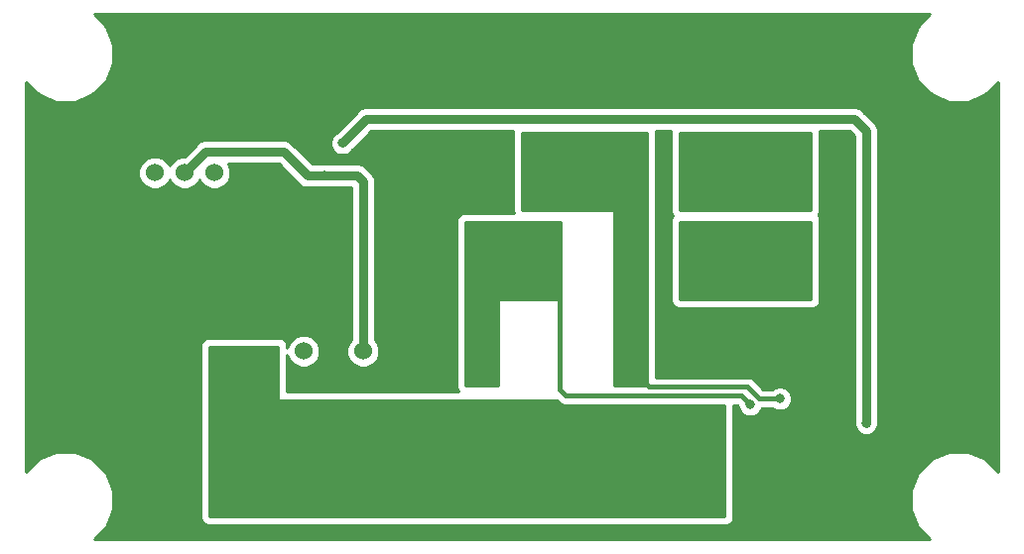
<source format=gbr>
G04 #@! TF.GenerationSoftware,KiCad,Pcbnew,(5.0.2)-1*
G04 #@! TF.CreationDate,2019-12-13T17:07:51-06:00*
G04 #@! TF.ProjectId,Arm-EStop_Hardware,41726d2d-4553-4746-9f70-5f4861726477,rev?*
G04 #@! TF.SameCoordinates,Original*
G04 #@! TF.FileFunction,Copper,L2,Bot*
G04 #@! TF.FilePolarity,Positive*
%FSLAX46Y46*%
G04 Gerber Fmt 4.6, Leading zero omitted, Abs format (unit mm)*
G04 Created by KiCad (PCBNEW (5.0.2)-1) date 12/13/2019 5:07:51 PM*
%MOMM*%
%LPD*%
G01*
G04 APERTURE LIST*
G04 #@! TA.AperFunction,ComponentPad*
%ADD10C,5.080000*%
G04 #@! TD*
G04 #@! TA.AperFunction,ComponentPad*
%ADD11C,2.819400*%
G04 #@! TD*
G04 #@! TA.AperFunction,ComponentPad*
%ADD12C,1.524000*%
G04 #@! TD*
G04 #@! TA.AperFunction,ViaPad*
%ADD13C,0.800000*%
G04 #@! TD*
G04 #@! TA.AperFunction,Conductor*
%ADD14C,0.762000*%
G04 #@! TD*
G04 #@! TA.AperFunction,Conductor*
%ADD15C,0.381000*%
G04 #@! TD*
G04 #@! TA.AperFunction,Conductor*
%ADD16C,0.254000*%
G04 #@! TD*
G04 APERTURE END LIST*
D10*
G04 #@! TO.P,Conn1,2*
G04 #@! TO.N,+12V*
X157480000Y-119380000D03*
G04 #@! TO.P,Conn1,1*
G04 #@! TO.N,GND*
X157480000Y-111506000D03*
G04 #@! TD*
G04 #@! TO.P,Conn2,3*
G04 #@! TO.N,Net-(Conn2-Pad3)*
X203200000Y-101346000D03*
G04 #@! TO.P,Conn2,2*
G04 #@! TO.N,Net-(Conn2-Pad2)*
X203200000Y-109220000D03*
G04 #@! TO.P,Conn2,1*
G04 #@! TO.N,GND*
X203200000Y-117094000D03*
G04 #@! TD*
D11*
G04 #@! TO.P,F1,1*
G04 #@! TO.N,Net-(Conn2-Pad3)*
X196342000Y-99822000D03*
X196342000Y-103251000D03*
G04 #@! TO.P,F1,2*
G04 #@! TO.N,+12VA*
X182880000Y-103251000D03*
X182880000Y-99822000D03*
G04 #@! TD*
G04 #@! TO.P,F2,2*
G04 #@! TO.N,+12L*
X182880000Y-107315000D03*
X182880000Y-110744000D03*
G04 #@! TO.P,F2,1*
G04 #@! TO.N,Net-(Conn2-Pad2)*
X196342000Y-110744000D03*
X196342000Y-107315000D03*
G04 #@! TD*
D12*
G04 #@! TO.P,U1,1*
G04 #@! TO.N,+12V*
X162560000Y-116840000D03*
G04 #@! TO.P,U1,2*
G04 #@! TO.N,GND*
X165100000Y-116840000D03*
G04 #@! TO.P,U1,3*
G04 #@! TO.N,+3V3*
X167640000Y-116840000D03*
G04 #@! TD*
G04 #@! TO.P,U5,1*
G04 #@! TO.N,Net-(R5-Pad1)*
X149860000Y-101600000D03*
G04 #@! TO.P,U5,2*
G04 #@! TO.N,+3V3*
X152400000Y-101600000D03*
G04 #@! TO.P,U5,3*
G04 #@! TO.N,+12VA*
X154940000Y-101600000D03*
G04 #@! TO.P,U5,4*
G04 #@! TO.N,GND*
X157480000Y-101600000D03*
X157480000Y-101600000D03*
G04 #@! TD*
D13*
G04 #@! TO.N,GND*
X210820000Y-88900000D03*
X208280000Y-88900000D03*
X205740000Y-88900000D03*
X203200000Y-88900000D03*
X200660000Y-88900000D03*
X198120000Y-88900000D03*
X195580000Y-88900000D03*
X193040000Y-88900000D03*
X190500000Y-88900000D03*
X187960000Y-88900000D03*
X210820000Y-91440000D03*
X208280000Y-91440000D03*
X205740000Y-91440000D03*
X203200000Y-91440000D03*
X200660000Y-91440000D03*
X198120000Y-91440000D03*
X195580000Y-91440000D03*
X193040000Y-91440000D03*
X190500000Y-91440000D03*
X187960000Y-91440000D03*
X210820000Y-93980000D03*
X208280000Y-93980000D03*
X205740000Y-93980000D03*
X203200000Y-93980000D03*
X200660000Y-93980000D03*
X198120000Y-93980000D03*
X195580000Y-93980000D03*
X193040000Y-93980000D03*
X190500000Y-93980000D03*
X187960000Y-93980000D03*
X147320000Y-109220000D03*
X142240000Y-109220000D03*
X152400000Y-111760000D03*
X147320000Y-111760000D03*
X152400000Y-114300000D03*
X144780000Y-111760000D03*
X149860000Y-111760000D03*
X147320000Y-114300000D03*
X144780000Y-114300000D03*
X142240000Y-114300000D03*
X149860000Y-109220000D03*
X142240000Y-111760000D03*
X144780000Y-109220000D03*
X152400000Y-109220000D03*
X149860000Y-114300000D03*
X152400000Y-119380000D03*
X144780000Y-116840000D03*
X142240000Y-116840000D03*
X142240000Y-119380000D03*
X149860000Y-121920000D03*
X144780000Y-119380000D03*
X144780000Y-121920000D03*
X149860000Y-116840000D03*
X142240000Y-121920000D03*
X147320000Y-116840000D03*
X152400000Y-121920000D03*
X149860000Y-119380000D03*
X147320000Y-121920000D03*
X152400000Y-116840000D03*
X147320000Y-119380000D03*
X208280000Y-104140000D03*
X208280000Y-101600000D03*
X208280000Y-99060000D03*
X208280000Y-109220000D03*
X208280000Y-106680000D03*
X208280000Y-111760000D03*
X208280000Y-116840000D03*
X208280000Y-114300000D03*
X208280000Y-119380000D03*
G04 #@! TO.N,+3V3*
X164338000Y-101854000D03*
G04 #@! TO.N,+12V*
X175514000Y-121920000D03*
X176530000Y-121920000D03*
X177546000Y-121920000D03*
X178562000Y-121920000D03*
X179578000Y-121920000D03*
X180594000Y-121920000D03*
X181610000Y-121920000D03*
X182626000Y-121920000D03*
X183642000Y-121920000D03*
X184658000Y-121920000D03*
X175514000Y-122936000D03*
X176530000Y-122936000D03*
X177546000Y-122936000D03*
X178562000Y-122936000D03*
X179578000Y-122936000D03*
X180594000Y-122936000D03*
X181610000Y-122936000D03*
X182626000Y-122936000D03*
X183642000Y-122936000D03*
X184658000Y-122936000D03*
X175514000Y-123952000D03*
X176530000Y-123952000D03*
X177546000Y-123952000D03*
X178562000Y-123952000D03*
X179578000Y-123952000D03*
X180594000Y-123952000D03*
X181610000Y-123952000D03*
X182626000Y-123952000D03*
X183642000Y-123952000D03*
X184658000Y-123952000D03*
X175514000Y-124968000D03*
X176530000Y-124968000D03*
X177546000Y-124968000D03*
X178562000Y-124968000D03*
X179578000Y-124968000D03*
X180594000Y-124968000D03*
X181610000Y-124968000D03*
X182626000Y-124968000D03*
X183642000Y-124968000D03*
X184658000Y-124968000D03*
X175514000Y-125984000D03*
X176530000Y-125984000D03*
X177546000Y-125984000D03*
X178562000Y-125984000D03*
X179578000Y-125984000D03*
X180594000Y-125984000D03*
X181610000Y-125984000D03*
X182626000Y-125984000D03*
X183642000Y-125984000D03*
X184658000Y-125984000D03*
X175514000Y-127000000D03*
X176530000Y-127000000D03*
X177546000Y-127000000D03*
X178562000Y-127000000D03*
X179578000Y-127000000D03*
X180594000Y-127000000D03*
X181610000Y-127000000D03*
X182626000Y-127000000D03*
X183642000Y-127000000D03*
X184658000Y-127000000D03*
X175514000Y-128016000D03*
X176530000Y-128016000D03*
X177546000Y-128016000D03*
X178562000Y-128016000D03*
X179578000Y-128016000D03*
X180594000Y-128016000D03*
X181610000Y-128016000D03*
X182626000Y-128016000D03*
X183642000Y-128016000D03*
X184658000Y-128016000D03*
X175514000Y-129032000D03*
X176530000Y-129032000D03*
X177546000Y-129032000D03*
X178562000Y-129032000D03*
X179578000Y-129032000D03*
X180594000Y-129032000D03*
X181610000Y-129032000D03*
X182626000Y-129032000D03*
X183642000Y-129032000D03*
X184658000Y-129032000D03*
X175514000Y-130048000D03*
X176530000Y-130048000D03*
X177546000Y-130048000D03*
X178562000Y-130048000D03*
X179578000Y-130048000D03*
X180594000Y-130048000D03*
X181610000Y-130048000D03*
X182626000Y-130048000D03*
X183642000Y-130048000D03*
X184658000Y-130048000D03*
X188214000Y-121920000D03*
X189230000Y-121920000D03*
X190246000Y-121920000D03*
X191262000Y-121920000D03*
X192278000Y-121920000D03*
X193294000Y-121920000D03*
X194310000Y-121920000D03*
X195326000Y-121920000D03*
X196342000Y-121920000D03*
X197358000Y-121920000D03*
X188214000Y-122936000D03*
X189230000Y-122936000D03*
X190246000Y-122936000D03*
X191262000Y-122936000D03*
X192278000Y-122936000D03*
X193294000Y-122936000D03*
X194310000Y-122936000D03*
X195326000Y-122936000D03*
X196342000Y-122936000D03*
X197358000Y-122936000D03*
X188214000Y-123952000D03*
X189230000Y-123952000D03*
X190246000Y-123952000D03*
X191262000Y-123952000D03*
X192278000Y-123952000D03*
X193294000Y-123952000D03*
X194310000Y-123952000D03*
X195326000Y-123952000D03*
X196342000Y-123952000D03*
X197358000Y-123952000D03*
X188214000Y-124968000D03*
X189230000Y-124968000D03*
X190246000Y-124968000D03*
X191262000Y-124968000D03*
X192278000Y-124968000D03*
X193294000Y-124968000D03*
X194310000Y-124968000D03*
X195326000Y-124968000D03*
X196342000Y-124968000D03*
X197358000Y-124968000D03*
X188214000Y-125984000D03*
X189230000Y-125984000D03*
X190246000Y-125984000D03*
X191262000Y-125984000D03*
X192278000Y-125984000D03*
X193294000Y-125984000D03*
X194310000Y-125984000D03*
X195326000Y-125984000D03*
X196342000Y-125984000D03*
X197358000Y-125984000D03*
X188214000Y-127000000D03*
X189230000Y-127000000D03*
X190246000Y-127000000D03*
X191262000Y-127000000D03*
X192278000Y-127000000D03*
X193294000Y-127000000D03*
X194310000Y-127000000D03*
X195326000Y-127000000D03*
X196342000Y-127000000D03*
X197358000Y-127000000D03*
X188214000Y-128016000D03*
X189230000Y-128016000D03*
X190246000Y-128016000D03*
X191262000Y-128016000D03*
X192278000Y-128016000D03*
X193294000Y-128016000D03*
X194310000Y-128016000D03*
X195326000Y-128016000D03*
X196342000Y-128016000D03*
X197358000Y-128016000D03*
X188214000Y-129032000D03*
X189230000Y-129032000D03*
X190246000Y-129032000D03*
X191262000Y-129032000D03*
X192278000Y-129032000D03*
X193294000Y-129032000D03*
X194310000Y-129032000D03*
X195326000Y-129032000D03*
X196342000Y-129032000D03*
X197358000Y-129032000D03*
X188214000Y-130048000D03*
X189230000Y-130048000D03*
X190246000Y-130048000D03*
X191262000Y-130048000D03*
X192278000Y-130048000D03*
X193294000Y-130048000D03*
X194310000Y-130048000D03*
X195326000Y-130048000D03*
X196342000Y-130048000D03*
X197358000Y-130048000D03*
G04 #@! TO.N,+12VA*
X189992000Y-106426000D03*
X191008000Y-106426000D03*
X191008000Y-107442000D03*
X189992000Y-107442000D03*
X189992000Y-108458000D03*
X191008000Y-108458000D03*
X189992000Y-109474000D03*
X191008000Y-109474000D03*
X189992000Y-112522000D03*
X189992000Y-113538000D03*
X191008000Y-113538000D03*
X191008000Y-112522000D03*
X191008000Y-110490000D03*
X189992000Y-111506000D03*
X191008000Y-111506000D03*
X189992000Y-110490000D03*
X203200000Y-120904000D03*
G04 #@! TO.N,+12L*
X178308000Y-112522000D03*
X177292000Y-112522000D03*
X177292000Y-113538000D03*
X178308000Y-113538000D03*
X200660000Y-121412000D03*
G04 #@! TO.N,Net-(R4-Pad2)*
X165862000Y-99060000D03*
X210566000Y-122960000D03*
G04 #@! TD*
D14*
G04 #@! TO.N,+3V3*
X152400000Y-101600000D02*
X154178000Y-99822000D01*
X154178000Y-99822000D02*
X160830000Y-99822000D01*
X167640000Y-116840000D02*
X167640000Y-102362000D01*
X167640000Y-102362000D02*
X167132000Y-101854000D01*
X162862000Y-101854000D02*
X160830000Y-99822000D01*
X164338000Y-101854000D02*
X162862000Y-101854000D01*
X167132000Y-101854000D02*
X164338000Y-101854000D01*
D15*
G04 #@! TO.N,+12VA*
X197866000Y-119888000D02*
X200406000Y-119888000D01*
X197866000Y-119888000D02*
X199136000Y-119888000D01*
X200406000Y-119888000D02*
X201422000Y-120904000D01*
X201422000Y-120904000D02*
X203200000Y-120904000D01*
G04 #@! TO.N,+12L*
X184404000Y-112268000D02*
X184404000Y-120142000D01*
X184404000Y-120142000D02*
X184912000Y-120650000D01*
X199898000Y-120650000D02*
X199644000Y-120650000D01*
X200660000Y-121412000D02*
X199898000Y-120650000D01*
X184912000Y-120650000D02*
X199644000Y-120650000D01*
D14*
G04 #@! TO.N,Net-(R4-Pad2)*
X165862000Y-99060000D02*
X167894000Y-97028000D01*
X167894000Y-97028000D02*
X209550000Y-97028000D01*
X210566000Y-98044000D02*
X209550000Y-97028000D01*
X210566000Y-122960000D02*
X210566000Y-98044000D01*
D15*
G04 #@! TO.N,+12VA*
X193548000Y-119888000D02*
X192024000Y-119888000D01*
X193548000Y-119888000D02*
X197866000Y-119888000D01*
X193040000Y-119888000D02*
X193548000Y-119888000D01*
X192024000Y-119888000D02*
X191516000Y-119380000D01*
G04 #@! TD*
D16*
G04 #@! TO.N,+12VA*
G36*
X191897000Y-119761000D02*
X189103000Y-119761000D01*
X189103000Y-104902000D01*
X189093333Y-104853399D01*
X189065803Y-104812197D01*
X189024601Y-104784667D01*
X188976000Y-104775000D01*
X181229000Y-104775000D01*
X181229000Y-98171000D01*
X191897000Y-98171000D01*
X191897000Y-119761000D01*
X191897000Y-119761000D01*
G37*
X191897000Y-119761000D02*
X189103000Y-119761000D01*
X189103000Y-104902000D01*
X189093333Y-104853399D01*
X189065803Y-104812197D01*
X189024601Y-104784667D01*
X188976000Y-104775000D01*
X181229000Y-104775000D01*
X181229000Y-98171000D01*
X191897000Y-98171000D01*
X191897000Y-119761000D01*
G04 #@! TO.N,+12L*
G36*
X184531000Y-112395000D02*
X179324000Y-112395000D01*
X179275399Y-112404667D01*
X179234197Y-112432197D01*
X179206667Y-112473399D01*
X179197000Y-112522000D01*
X179197000Y-119761000D01*
X176403000Y-119761000D01*
X176403000Y-105791000D01*
X184531000Y-105791000D01*
X184531000Y-112395000D01*
X184531000Y-112395000D01*
G37*
X184531000Y-112395000D02*
X179324000Y-112395000D01*
X179275399Y-112404667D01*
X179234197Y-112432197D01*
X179206667Y-112473399D01*
X179197000Y-112522000D01*
X179197000Y-119761000D01*
X176403000Y-119761000D01*
X176403000Y-105791000D01*
X184531000Y-105791000D01*
X184531000Y-112395000D01*
G04 #@! TO.N,Net-(Conn2-Pad2)*
G36*
X205867000Y-112395000D02*
X194691000Y-112395000D01*
X194691000Y-105791000D01*
X205867000Y-105791000D01*
X205867000Y-112395000D01*
X205867000Y-112395000D01*
G37*
X205867000Y-112395000D02*
X194691000Y-112395000D01*
X194691000Y-105791000D01*
X205867000Y-105791000D01*
X205867000Y-112395000D01*
G04 #@! TO.N,Net-(Conn2-Pad3)*
G36*
X205824557Y-104775000D02*
X194648557Y-104775000D01*
X194648557Y-98171000D01*
X205824557Y-98171000D01*
X205824557Y-104775000D01*
X205824557Y-104775000D01*
G37*
X205824557Y-104775000D02*
X194648557Y-104775000D01*
X194648557Y-98171000D01*
X205824557Y-98171000D01*
X205824557Y-104775000D01*
G04 #@! TO.N,GND*
G36*
X214964018Y-89117423D02*
X214339800Y-90624419D01*
X214339800Y-92255581D01*
X214964018Y-93762577D01*
X216117423Y-94915982D01*
X217624419Y-95540200D01*
X219255581Y-95540200D01*
X220762577Y-94915982D01*
X221819001Y-93859558D01*
X221819000Y-127120441D01*
X220762577Y-126064018D01*
X219255581Y-125439800D01*
X217624419Y-125439800D01*
X216117423Y-126064018D01*
X214964018Y-127217423D01*
X214339800Y-128724419D01*
X214339800Y-130355581D01*
X214964018Y-131862577D01*
X216020441Y-132919000D01*
X144659559Y-132919000D01*
X145715982Y-131862577D01*
X146340200Y-130355581D01*
X146340200Y-128724419D01*
X145715982Y-127217423D01*
X144562577Y-126064018D01*
X143055581Y-125439800D01*
X141424419Y-125439800D01*
X139917423Y-126064018D01*
X138861000Y-127120441D01*
X138861000Y-116332000D01*
X153797000Y-116332000D01*
X153797000Y-131064000D01*
X153845336Y-131307004D01*
X153982987Y-131513013D01*
X154188996Y-131650664D01*
X154432000Y-131699000D01*
X198628000Y-131699000D01*
X198871004Y-131650664D01*
X199077013Y-131513013D01*
X199214664Y-131307004D01*
X199263000Y-131064000D01*
X199263000Y-121475500D01*
X199556068Y-121475500D01*
X199625000Y-121544432D01*
X199625000Y-121617874D01*
X199782569Y-121998280D01*
X200073720Y-122289431D01*
X200454126Y-122447000D01*
X200865874Y-122447000D01*
X201246280Y-122289431D01*
X201537431Y-121998280D01*
X201648763Y-121729500D01*
X202561789Y-121729500D01*
X202613720Y-121781431D01*
X202994126Y-121939000D01*
X203405874Y-121939000D01*
X203786280Y-121781431D01*
X204077431Y-121490280D01*
X204235000Y-121109874D01*
X204235000Y-120698126D01*
X204077431Y-120317720D01*
X203786280Y-120026569D01*
X203405874Y-119869000D01*
X202994126Y-119869000D01*
X202613720Y-120026569D01*
X202561789Y-120078500D01*
X201763933Y-120078500D01*
X201047209Y-119361777D01*
X201001152Y-119292848D01*
X200728094Y-119110396D01*
X200487303Y-119062500D01*
X200487301Y-119062500D01*
X200406000Y-119046328D01*
X200324699Y-119062500D01*
X192659000Y-119062500D01*
X192659000Y-98044000D01*
X193886557Y-98044000D01*
X193886557Y-104902000D01*
X193934893Y-105145004D01*
X194048321Y-105314760D01*
X193977336Y-105420996D01*
X193929000Y-105664000D01*
X193929000Y-112522000D01*
X193977336Y-112765004D01*
X194114987Y-112971013D01*
X194320996Y-113108664D01*
X194564000Y-113157000D01*
X205994000Y-113157000D01*
X206237004Y-113108664D01*
X206443013Y-112971013D01*
X206580664Y-112765004D01*
X206629000Y-112522000D01*
X206629000Y-105664000D01*
X206580664Y-105420996D01*
X206467236Y-105251240D01*
X206538221Y-105145004D01*
X206586557Y-104902000D01*
X206586557Y-98044000D01*
X209129160Y-98044000D01*
X209550001Y-98464842D01*
X209550000Y-122708256D01*
X209531000Y-122754126D01*
X209531000Y-123165874D01*
X209608045Y-123351878D01*
X209608949Y-123356422D01*
X209611523Y-123360275D01*
X209688569Y-123546280D01*
X209830930Y-123688641D01*
X209833505Y-123692495D01*
X209837359Y-123695070D01*
X209979720Y-123837431D01*
X210165723Y-123914476D01*
X210169577Y-123917051D01*
X210174123Y-123917955D01*
X210360126Y-123995000D01*
X210561455Y-123995000D01*
X210566000Y-123995904D01*
X210570545Y-123995000D01*
X210771874Y-123995000D01*
X210957878Y-123917955D01*
X210962422Y-123917051D01*
X210966275Y-123914477D01*
X211152280Y-123837431D01*
X211294641Y-123695070D01*
X211298495Y-123692495D01*
X211301070Y-123688641D01*
X211443431Y-123546280D01*
X211520476Y-123360277D01*
X211523051Y-123356423D01*
X211523955Y-123351877D01*
X211601000Y-123165874D01*
X211601000Y-122754126D01*
X211582000Y-122708256D01*
X211582000Y-98144063D01*
X211601904Y-98044000D01*
X211582000Y-97943935D01*
X211523051Y-97647577D01*
X211298495Y-97311505D01*
X211213663Y-97254822D01*
X210339179Y-96380339D01*
X210282495Y-96295505D01*
X209946423Y-96070949D01*
X209650065Y-96012000D01*
X209650063Y-96012000D01*
X209550000Y-95992096D01*
X209449937Y-96012000D01*
X167994063Y-96012000D01*
X167894000Y-95992096D01*
X167793936Y-96012000D01*
X167793935Y-96012000D01*
X167497577Y-96070949D01*
X167161505Y-96295505D01*
X167104822Y-96380337D01*
X165321591Y-98163568D01*
X165275720Y-98182569D01*
X164984569Y-98473720D01*
X164907523Y-98659727D01*
X164904950Y-98663577D01*
X164904047Y-98668119D01*
X164827000Y-98854126D01*
X164827000Y-99055455D01*
X164826096Y-99060000D01*
X164827000Y-99064545D01*
X164827000Y-99265874D01*
X164904047Y-99451881D01*
X164904950Y-99456423D01*
X164907523Y-99460273D01*
X164984569Y-99646280D01*
X165126935Y-99788646D01*
X165129506Y-99792494D01*
X165133354Y-99795065D01*
X165275720Y-99937431D01*
X165461727Y-100014477D01*
X165465577Y-100017050D01*
X165470119Y-100017953D01*
X165656126Y-100095000D01*
X165857455Y-100095000D01*
X165862000Y-100095904D01*
X165866545Y-100095000D01*
X166067874Y-100095000D01*
X166253881Y-100017953D01*
X166258423Y-100017050D01*
X166262273Y-100014477D01*
X166448280Y-99937431D01*
X166739431Y-99646280D01*
X166758432Y-99600409D01*
X168314841Y-98044000D01*
X180467000Y-98044000D01*
X180467000Y-104902000D01*
X180492262Y-105029000D01*
X176276000Y-105029000D01*
X176032996Y-105077336D01*
X175826987Y-105214987D01*
X175689336Y-105420996D01*
X175641000Y-105664000D01*
X175641000Y-119888000D01*
X175689336Y-120131004D01*
X175781542Y-120269000D01*
X161163000Y-120269000D01*
X161163000Y-117117881D01*
X161375680Y-117631337D01*
X161768663Y-118024320D01*
X162282119Y-118237000D01*
X162837881Y-118237000D01*
X163351337Y-118024320D01*
X163744320Y-117631337D01*
X163957000Y-117117881D01*
X163957000Y-116562119D01*
X163744320Y-116048663D01*
X163351337Y-115655680D01*
X162837881Y-115443000D01*
X162282119Y-115443000D01*
X161768663Y-115655680D01*
X161375680Y-116048663D01*
X161163000Y-116562119D01*
X161163000Y-116332000D01*
X161114664Y-116088996D01*
X160977013Y-115882987D01*
X160771004Y-115745336D01*
X160528000Y-115697000D01*
X154432000Y-115697000D01*
X154188996Y-115745336D01*
X153982987Y-115882987D01*
X153845336Y-116088996D01*
X153797000Y-116332000D01*
X138861000Y-116332000D01*
X138861000Y-101322119D01*
X148463000Y-101322119D01*
X148463000Y-101877881D01*
X148675680Y-102391337D01*
X149068663Y-102784320D01*
X149582119Y-102997000D01*
X150137881Y-102997000D01*
X150651337Y-102784320D01*
X151044320Y-102391337D01*
X151130000Y-102184487D01*
X151215680Y-102391337D01*
X151608663Y-102784320D01*
X152122119Y-102997000D01*
X152677881Y-102997000D01*
X153191337Y-102784320D01*
X153584320Y-102391337D01*
X153670000Y-102184487D01*
X153755680Y-102391337D01*
X154148663Y-102784320D01*
X154662119Y-102997000D01*
X155217881Y-102997000D01*
X155731337Y-102784320D01*
X156124320Y-102391337D01*
X156337000Y-101877881D01*
X156337000Y-101322119D01*
X156136472Y-100838000D01*
X160409160Y-100838000D01*
X162072822Y-102501663D01*
X162129505Y-102586495D01*
X162465577Y-102811051D01*
X162761935Y-102870000D01*
X162761936Y-102870000D01*
X162862000Y-102889904D01*
X162962063Y-102870000D01*
X164086256Y-102870000D01*
X164132126Y-102889000D01*
X164543874Y-102889000D01*
X164589744Y-102870000D01*
X166624001Y-102870000D01*
X166624000Y-115880343D01*
X166455680Y-116048663D01*
X166243000Y-116562119D01*
X166243000Y-117117881D01*
X166455680Y-117631337D01*
X166848663Y-118024320D01*
X167362119Y-118237000D01*
X167917881Y-118237000D01*
X168431337Y-118024320D01*
X168824320Y-117631337D01*
X169037000Y-117117881D01*
X169037000Y-116562119D01*
X168824320Y-116048663D01*
X168656000Y-115880343D01*
X168656000Y-102462063D01*
X168675904Y-102361999D01*
X168622351Y-102092771D01*
X168597051Y-101965577D01*
X168372495Y-101629505D01*
X168287660Y-101572820D01*
X167921180Y-101206340D01*
X167864495Y-101121505D01*
X167528423Y-100896949D01*
X167232065Y-100838000D01*
X167232063Y-100838000D01*
X167132000Y-100818096D01*
X167031937Y-100838000D01*
X164589744Y-100838000D01*
X164543874Y-100819000D01*
X164132126Y-100819000D01*
X164086256Y-100838000D01*
X163282841Y-100838000D01*
X161619180Y-99174340D01*
X161562495Y-99089505D01*
X161226423Y-98864949D01*
X160930065Y-98806000D01*
X160930063Y-98806000D01*
X160830000Y-98786096D01*
X160729937Y-98806000D01*
X154278064Y-98806000D01*
X154178000Y-98786096D01*
X154077936Y-98806000D01*
X154077935Y-98806000D01*
X153781577Y-98864949D01*
X153445505Y-99089505D01*
X153388822Y-99174337D01*
X152360160Y-100203000D01*
X152122119Y-100203000D01*
X151608663Y-100415680D01*
X151215680Y-100808663D01*
X151130000Y-101015513D01*
X151044320Y-100808663D01*
X150651337Y-100415680D01*
X150137881Y-100203000D01*
X149582119Y-100203000D01*
X149068663Y-100415680D01*
X148675680Y-100808663D01*
X148463000Y-101322119D01*
X138861000Y-101322119D01*
X138861000Y-93859559D01*
X139917423Y-94915982D01*
X141424419Y-95540200D01*
X143055581Y-95540200D01*
X144562577Y-94915982D01*
X145715982Y-93762577D01*
X146340200Y-92255581D01*
X146340200Y-90624419D01*
X145715982Y-89117423D01*
X144659559Y-88061000D01*
X216020441Y-88061000D01*
X214964018Y-89117423D01*
X214964018Y-89117423D01*
G37*
X214964018Y-89117423D02*
X214339800Y-90624419D01*
X214339800Y-92255581D01*
X214964018Y-93762577D01*
X216117423Y-94915982D01*
X217624419Y-95540200D01*
X219255581Y-95540200D01*
X220762577Y-94915982D01*
X221819001Y-93859558D01*
X221819000Y-127120441D01*
X220762577Y-126064018D01*
X219255581Y-125439800D01*
X217624419Y-125439800D01*
X216117423Y-126064018D01*
X214964018Y-127217423D01*
X214339800Y-128724419D01*
X214339800Y-130355581D01*
X214964018Y-131862577D01*
X216020441Y-132919000D01*
X144659559Y-132919000D01*
X145715982Y-131862577D01*
X146340200Y-130355581D01*
X146340200Y-128724419D01*
X145715982Y-127217423D01*
X144562577Y-126064018D01*
X143055581Y-125439800D01*
X141424419Y-125439800D01*
X139917423Y-126064018D01*
X138861000Y-127120441D01*
X138861000Y-116332000D01*
X153797000Y-116332000D01*
X153797000Y-131064000D01*
X153845336Y-131307004D01*
X153982987Y-131513013D01*
X154188996Y-131650664D01*
X154432000Y-131699000D01*
X198628000Y-131699000D01*
X198871004Y-131650664D01*
X199077013Y-131513013D01*
X199214664Y-131307004D01*
X199263000Y-131064000D01*
X199263000Y-121475500D01*
X199556068Y-121475500D01*
X199625000Y-121544432D01*
X199625000Y-121617874D01*
X199782569Y-121998280D01*
X200073720Y-122289431D01*
X200454126Y-122447000D01*
X200865874Y-122447000D01*
X201246280Y-122289431D01*
X201537431Y-121998280D01*
X201648763Y-121729500D01*
X202561789Y-121729500D01*
X202613720Y-121781431D01*
X202994126Y-121939000D01*
X203405874Y-121939000D01*
X203786280Y-121781431D01*
X204077431Y-121490280D01*
X204235000Y-121109874D01*
X204235000Y-120698126D01*
X204077431Y-120317720D01*
X203786280Y-120026569D01*
X203405874Y-119869000D01*
X202994126Y-119869000D01*
X202613720Y-120026569D01*
X202561789Y-120078500D01*
X201763933Y-120078500D01*
X201047209Y-119361777D01*
X201001152Y-119292848D01*
X200728094Y-119110396D01*
X200487303Y-119062500D01*
X200487301Y-119062500D01*
X200406000Y-119046328D01*
X200324699Y-119062500D01*
X192659000Y-119062500D01*
X192659000Y-98044000D01*
X193886557Y-98044000D01*
X193886557Y-104902000D01*
X193934893Y-105145004D01*
X194048321Y-105314760D01*
X193977336Y-105420996D01*
X193929000Y-105664000D01*
X193929000Y-112522000D01*
X193977336Y-112765004D01*
X194114987Y-112971013D01*
X194320996Y-113108664D01*
X194564000Y-113157000D01*
X205994000Y-113157000D01*
X206237004Y-113108664D01*
X206443013Y-112971013D01*
X206580664Y-112765004D01*
X206629000Y-112522000D01*
X206629000Y-105664000D01*
X206580664Y-105420996D01*
X206467236Y-105251240D01*
X206538221Y-105145004D01*
X206586557Y-104902000D01*
X206586557Y-98044000D01*
X209129160Y-98044000D01*
X209550001Y-98464842D01*
X209550000Y-122708256D01*
X209531000Y-122754126D01*
X209531000Y-123165874D01*
X209608045Y-123351878D01*
X209608949Y-123356422D01*
X209611523Y-123360275D01*
X209688569Y-123546280D01*
X209830930Y-123688641D01*
X209833505Y-123692495D01*
X209837359Y-123695070D01*
X209979720Y-123837431D01*
X210165723Y-123914476D01*
X210169577Y-123917051D01*
X210174123Y-123917955D01*
X210360126Y-123995000D01*
X210561455Y-123995000D01*
X210566000Y-123995904D01*
X210570545Y-123995000D01*
X210771874Y-123995000D01*
X210957878Y-123917955D01*
X210962422Y-123917051D01*
X210966275Y-123914477D01*
X211152280Y-123837431D01*
X211294641Y-123695070D01*
X211298495Y-123692495D01*
X211301070Y-123688641D01*
X211443431Y-123546280D01*
X211520476Y-123360277D01*
X211523051Y-123356423D01*
X211523955Y-123351877D01*
X211601000Y-123165874D01*
X211601000Y-122754126D01*
X211582000Y-122708256D01*
X211582000Y-98144063D01*
X211601904Y-98044000D01*
X211582000Y-97943935D01*
X211523051Y-97647577D01*
X211298495Y-97311505D01*
X211213663Y-97254822D01*
X210339179Y-96380339D01*
X210282495Y-96295505D01*
X209946423Y-96070949D01*
X209650065Y-96012000D01*
X209650063Y-96012000D01*
X209550000Y-95992096D01*
X209449937Y-96012000D01*
X167994063Y-96012000D01*
X167894000Y-95992096D01*
X167793936Y-96012000D01*
X167793935Y-96012000D01*
X167497577Y-96070949D01*
X167161505Y-96295505D01*
X167104822Y-96380337D01*
X165321591Y-98163568D01*
X165275720Y-98182569D01*
X164984569Y-98473720D01*
X164907523Y-98659727D01*
X164904950Y-98663577D01*
X164904047Y-98668119D01*
X164827000Y-98854126D01*
X164827000Y-99055455D01*
X164826096Y-99060000D01*
X164827000Y-99064545D01*
X164827000Y-99265874D01*
X164904047Y-99451881D01*
X164904950Y-99456423D01*
X164907523Y-99460273D01*
X164984569Y-99646280D01*
X165126935Y-99788646D01*
X165129506Y-99792494D01*
X165133354Y-99795065D01*
X165275720Y-99937431D01*
X165461727Y-100014477D01*
X165465577Y-100017050D01*
X165470119Y-100017953D01*
X165656126Y-100095000D01*
X165857455Y-100095000D01*
X165862000Y-100095904D01*
X165866545Y-100095000D01*
X166067874Y-100095000D01*
X166253881Y-100017953D01*
X166258423Y-100017050D01*
X166262273Y-100014477D01*
X166448280Y-99937431D01*
X166739431Y-99646280D01*
X166758432Y-99600409D01*
X168314841Y-98044000D01*
X180467000Y-98044000D01*
X180467000Y-104902000D01*
X180492262Y-105029000D01*
X176276000Y-105029000D01*
X176032996Y-105077336D01*
X175826987Y-105214987D01*
X175689336Y-105420996D01*
X175641000Y-105664000D01*
X175641000Y-119888000D01*
X175689336Y-120131004D01*
X175781542Y-120269000D01*
X161163000Y-120269000D01*
X161163000Y-117117881D01*
X161375680Y-117631337D01*
X161768663Y-118024320D01*
X162282119Y-118237000D01*
X162837881Y-118237000D01*
X163351337Y-118024320D01*
X163744320Y-117631337D01*
X163957000Y-117117881D01*
X163957000Y-116562119D01*
X163744320Y-116048663D01*
X163351337Y-115655680D01*
X162837881Y-115443000D01*
X162282119Y-115443000D01*
X161768663Y-115655680D01*
X161375680Y-116048663D01*
X161163000Y-116562119D01*
X161163000Y-116332000D01*
X161114664Y-116088996D01*
X160977013Y-115882987D01*
X160771004Y-115745336D01*
X160528000Y-115697000D01*
X154432000Y-115697000D01*
X154188996Y-115745336D01*
X153982987Y-115882987D01*
X153845336Y-116088996D01*
X153797000Y-116332000D01*
X138861000Y-116332000D01*
X138861000Y-101322119D01*
X148463000Y-101322119D01*
X148463000Y-101877881D01*
X148675680Y-102391337D01*
X149068663Y-102784320D01*
X149582119Y-102997000D01*
X150137881Y-102997000D01*
X150651337Y-102784320D01*
X151044320Y-102391337D01*
X151130000Y-102184487D01*
X151215680Y-102391337D01*
X151608663Y-102784320D01*
X152122119Y-102997000D01*
X152677881Y-102997000D01*
X153191337Y-102784320D01*
X153584320Y-102391337D01*
X153670000Y-102184487D01*
X153755680Y-102391337D01*
X154148663Y-102784320D01*
X154662119Y-102997000D01*
X155217881Y-102997000D01*
X155731337Y-102784320D01*
X156124320Y-102391337D01*
X156337000Y-101877881D01*
X156337000Y-101322119D01*
X156136472Y-100838000D01*
X160409160Y-100838000D01*
X162072822Y-102501663D01*
X162129505Y-102586495D01*
X162465577Y-102811051D01*
X162761935Y-102870000D01*
X162761936Y-102870000D01*
X162862000Y-102889904D01*
X162962063Y-102870000D01*
X164086256Y-102870000D01*
X164132126Y-102889000D01*
X164543874Y-102889000D01*
X164589744Y-102870000D01*
X166624001Y-102870000D01*
X166624000Y-115880343D01*
X166455680Y-116048663D01*
X166243000Y-116562119D01*
X166243000Y-117117881D01*
X166455680Y-117631337D01*
X166848663Y-118024320D01*
X167362119Y-118237000D01*
X167917881Y-118237000D01*
X168431337Y-118024320D01*
X168824320Y-117631337D01*
X169037000Y-117117881D01*
X169037000Y-116562119D01*
X168824320Y-116048663D01*
X168656000Y-115880343D01*
X168656000Y-102462063D01*
X168675904Y-102361999D01*
X168622351Y-102092771D01*
X168597051Y-101965577D01*
X168372495Y-101629505D01*
X168287660Y-101572820D01*
X167921180Y-101206340D01*
X167864495Y-101121505D01*
X167528423Y-100896949D01*
X167232065Y-100838000D01*
X167232063Y-100838000D01*
X167132000Y-100818096D01*
X167031937Y-100838000D01*
X164589744Y-100838000D01*
X164543874Y-100819000D01*
X164132126Y-100819000D01*
X164086256Y-100838000D01*
X163282841Y-100838000D01*
X161619180Y-99174340D01*
X161562495Y-99089505D01*
X161226423Y-98864949D01*
X160930065Y-98806000D01*
X160930063Y-98806000D01*
X160830000Y-98786096D01*
X160729937Y-98806000D01*
X154278064Y-98806000D01*
X154178000Y-98786096D01*
X154077936Y-98806000D01*
X154077935Y-98806000D01*
X153781577Y-98864949D01*
X153445505Y-99089505D01*
X153388822Y-99174337D01*
X152360160Y-100203000D01*
X152122119Y-100203000D01*
X151608663Y-100415680D01*
X151215680Y-100808663D01*
X151130000Y-101015513D01*
X151044320Y-100808663D01*
X150651337Y-100415680D01*
X150137881Y-100203000D01*
X149582119Y-100203000D01*
X149068663Y-100415680D01*
X148675680Y-100808663D01*
X148463000Y-101322119D01*
X138861000Y-101322119D01*
X138861000Y-93859559D01*
X139917423Y-94915982D01*
X141424419Y-95540200D01*
X143055581Y-95540200D01*
X144562577Y-94915982D01*
X145715982Y-93762577D01*
X146340200Y-92255581D01*
X146340200Y-90624419D01*
X145715982Y-89117423D01*
X144659559Y-88061000D01*
X216020441Y-88061000D01*
X214964018Y-89117423D01*
G04 #@! TO.N,+12V*
G36*
X160401000Y-120904000D02*
X160410667Y-120952601D01*
X160438197Y-120993803D01*
X160479399Y-121021333D01*
X160528000Y-121031000D01*
X184125568Y-121031000D01*
X184270793Y-121176225D01*
X184316848Y-121245152D01*
X184589906Y-121427604D01*
X184830697Y-121475500D01*
X184830701Y-121475500D01*
X184911999Y-121491671D01*
X184993297Y-121475500D01*
X198501000Y-121475500D01*
X198501000Y-130937000D01*
X154559000Y-130937000D01*
X154559000Y-116459000D01*
X160401000Y-116459000D01*
X160401000Y-120904000D01*
X160401000Y-120904000D01*
G37*
X160401000Y-120904000D02*
X160410667Y-120952601D01*
X160438197Y-120993803D01*
X160479399Y-121021333D01*
X160528000Y-121031000D01*
X184125568Y-121031000D01*
X184270793Y-121176225D01*
X184316848Y-121245152D01*
X184589906Y-121427604D01*
X184830697Y-121475500D01*
X184830701Y-121475500D01*
X184911999Y-121491671D01*
X184993297Y-121475500D01*
X198501000Y-121475500D01*
X198501000Y-130937000D01*
X154559000Y-130937000D01*
X154559000Y-116459000D01*
X160401000Y-116459000D01*
X160401000Y-120904000D01*
G04 #@! TD*
M02*

</source>
